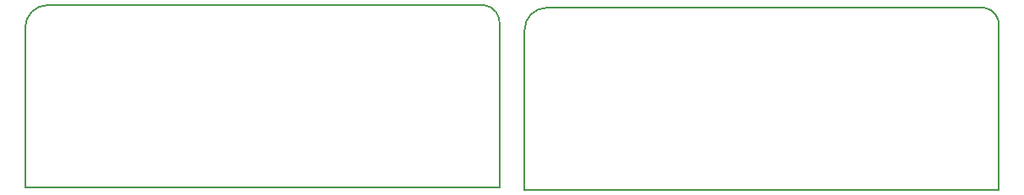
<source format=gtp>
G04 #@! TF.FileFunction,Paste,Top*
%FSLAX45Y45*%
G04 Gerber Fmt 4.5, Leading zero omitted, Abs format (unit mm)*
G04 Created by KiCad (PCBNEW 4.0.6+dfsg1-1) date Thu Nov  2 20:52:10 2017*
%MOMM*%
%LPD*%
G01*
G04 APERTURE LIST*
%ADD10C,0.150000*%
G04 APERTURE END LIST*
D10*
X19975000Y-15340000D02*
X15225000Y-15340000D01*
X15450000Y-13515000D02*
G75*
G03X15225000Y-13740000I0J-225000D01*
G01*
X19975000Y-13715000D02*
G75*
G03X19825000Y-13515000I-175000J25000D01*
G01*
X15225000Y-15340000D02*
X15225000Y-13740000D01*
X15450000Y-13515000D02*
X19825000Y-13515000D01*
X19975000Y-15340000D02*
X19975000Y-13715000D01*
X14975000Y-15315000D02*
X14975000Y-13690000D01*
X10450000Y-13490000D02*
X14825000Y-13490000D01*
X10225000Y-15315000D02*
X10225000Y-13715000D01*
X14975000Y-13690000D02*
G75*
G03X14825000Y-13490000I-175000J25000D01*
G01*
X10450000Y-13490000D02*
G75*
G03X10225000Y-13715000I0J-225000D01*
G01*
X14975000Y-15315000D02*
X10225000Y-15315000D01*
M02*

</source>
